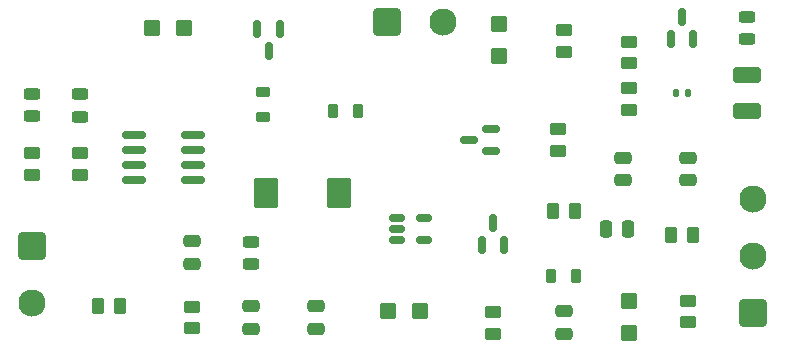
<source format=gbr>
%TF.GenerationSoftware,KiCad,Pcbnew,9.0.2*%
%TF.CreationDate,2025-07-09T13:31:17+03:00*%
%TF.ProjectId,rechargeble_pack,72656368-6172-4676-9562-6c655f706163,rev?*%
%TF.SameCoordinates,Original*%
%TF.FileFunction,Soldermask,Top*%
%TF.FilePolarity,Negative*%
%FSLAX46Y46*%
G04 Gerber Fmt 4.6, Leading zero omitted, Abs format (unit mm)*
G04 Created by KiCad (PCBNEW 9.0.2) date 2025-07-09 13:31:17*
%MOMM*%
%LPD*%
G01*
G04 APERTURE LIST*
G04 Aperture macros list*
%AMRoundRect*
0 Rectangle with rounded corners*
0 $1 Rounding radius*
0 $2 $3 $4 $5 $6 $7 $8 $9 X,Y pos of 4 corners*
0 Add a 4 corners polygon primitive as box body*
4,1,4,$2,$3,$4,$5,$6,$7,$8,$9,$2,$3,0*
0 Add four circle primitives for the rounded corners*
1,1,$1+$1,$2,$3*
1,1,$1+$1,$4,$5*
1,1,$1+$1,$6,$7*
1,1,$1+$1,$8,$9*
0 Add four rect primitives between the rounded corners*
20,1,$1+$1,$2,$3,$4,$5,0*
20,1,$1+$1,$4,$5,$6,$7,0*
20,1,$1+$1,$6,$7,$8,$9,0*
20,1,$1+$1,$8,$9,$2,$3,0*%
G04 Aperture macros list end*
%ADD10RoundRect,0.250000X-0.475000X0.250000X-0.475000X-0.250000X0.475000X-0.250000X0.475000X0.250000X0*%
%ADD11C,2.300000*%
%ADD12RoundRect,0.250001X0.899999X-0.899999X0.899999X0.899999X-0.899999X0.899999X-0.899999X-0.899999X0*%
%ADD13RoundRect,0.250001X-0.899999X-0.899999X0.899999X-0.899999X0.899999X0.899999X-0.899999X0.899999X0*%
%ADD14RoundRect,0.250000X-0.457500X-0.445000X0.457500X-0.445000X0.457500X0.445000X-0.457500X0.445000X0*%
%ADD15RoundRect,0.140000X-0.140000X-0.170000X0.140000X-0.170000X0.140000X0.170000X-0.140000X0.170000X0*%
%ADD16RoundRect,0.250000X-0.945000X0.420000X-0.945000X-0.420000X0.945000X-0.420000X0.945000X0.420000X0*%
%ADD17RoundRect,0.250000X-0.450000X0.262500X-0.450000X-0.262500X0.450000X-0.262500X0.450000X0.262500X0*%
%ADD18RoundRect,0.150000X0.150000X-0.587500X0.150000X0.587500X-0.150000X0.587500X-0.150000X-0.587500X0*%
%ADD19RoundRect,0.250000X-0.262500X-0.450000X0.262500X-0.450000X0.262500X0.450000X-0.262500X0.450000X0*%
%ADD20RoundRect,0.218750X-0.218750X-0.381250X0.218750X-0.381250X0.218750X0.381250X-0.218750X0.381250X0*%
%ADD21RoundRect,0.250000X0.450000X-0.262500X0.450000X0.262500X-0.450000X0.262500X-0.450000X-0.262500X0*%
%ADD22RoundRect,0.250000X0.475000X-0.250000X0.475000X0.250000X-0.475000X0.250000X-0.475000X-0.250000X0*%
%ADD23RoundRect,0.243750X-0.456250X0.243750X-0.456250X-0.243750X0.456250X-0.243750X0.456250X0.243750X0*%
%ADD24RoundRect,0.250000X-0.250000X-0.475000X0.250000X-0.475000X0.250000X0.475000X-0.250000X0.475000X0*%
%ADD25RoundRect,0.150000X0.587500X0.150000X-0.587500X0.150000X-0.587500X-0.150000X0.587500X-0.150000X0*%
%ADD26RoundRect,0.218750X-0.381250X0.218750X-0.381250X-0.218750X0.381250X-0.218750X0.381250X0.218750X0*%
%ADD27RoundRect,0.243750X0.456250X-0.243750X0.456250X0.243750X-0.456250X0.243750X-0.456250X-0.243750X0*%
%ADD28RoundRect,0.150000X-0.150000X0.587500X-0.150000X-0.587500X0.150000X-0.587500X0.150000X0.587500X0*%
%ADD29RoundRect,0.250000X0.445000X-0.457500X0.445000X0.457500X-0.445000X0.457500X-0.445000X-0.457500X0*%
%ADD30RoundRect,0.250000X0.457500X0.445000X-0.457500X0.445000X-0.457500X-0.445000X0.457500X-0.445000X0*%
%ADD31RoundRect,0.150000X-0.512500X-0.150000X0.512500X-0.150000X0.512500X0.150000X-0.512500X0.150000X0*%
%ADD32RoundRect,0.250000X-0.785000X-1.045000X0.785000X-1.045000X0.785000X1.045000X-0.785000X1.045000X0*%
%ADD33RoundRect,0.218750X0.218750X0.381250X-0.218750X0.381250X-0.218750X-0.381250X0.218750X-0.381250X0*%
%ADD34RoundRect,0.150000X0.825000X0.150000X-0.825000X0.150000X-0.825000X-0.150000X0.825000X-0.150000X0*%
%ADD35RoundRect,0.250001X-0.899999X0.899999X-0.899999X-0.899999X0.899999X-0.899999X0.899999X0.899999X0*%
%ADD36RoundRect,0.250000X0.262500X0.450000X-0.262500X0.450000X-0.262500X-0.450000X0.262500X-0.450000X0*%
G04 APERTURE END LIST*
D10*
%TO.C,C8*%
X28500000Y-29450000D03*
X28500000Y-27550000D03*
%TD*%
D11*
%TO.C,J1*%
X65500000Y-18500000D03*
X65500000Y-23300000D03*
D12*
X65500000Y-28100000D03*
%TD*%
D13*
%TO.C,J2*%
X34500000Y-3500000D03*
D11*
X39300000Y-3500000D03*
%TD*%
D14*
%TO.C,C13*%
X14647500Y-4000000D03*
X17352500Y-4000000D03*
%TD*%
D15*
%TO.C,C10*%
X59020000Y-9500000D03*
X59980000Y-9500000D03*
%TD*%
D16*
%TO.C,C7*%
X65000000Y-7960000D03*
X65000000Y-11040000D03*
%TD*%
D17*
%TO.C,R11*%
X4500000Y-14587500D03*
X4500000Y-16412500D03*
%TD*%
D10*
%TO.C,C9*%
X54500000Y-15000000D03*
X54500000Y-16900000D03*
%TD*%
%TO.C,C11*%
X60000000Y-15000000D03*
X60000000Y-16900000D03*
%TD*%
%TO.C,C14*%
X18000000Y-22050000D03*
X18000000Y-23950000D03*
%TD*%
D17*
%TO.C,R1*%
X43500000Y-28087500D03*
X43500000Y-29912500D03*
%TD*%
D18*
%TO.C,Q6*%
X42550000Y-22375000D03*
X44450000Y-22375000D03*
X43500000Y-20500000D03*
%TD*%
D19*
%TO.C,R2*%
X58587500Y-21500000D03*
X60412500Y-21500000D03*
%TD*%
D17*
%TO.C,R10*%
X8500000Y-14587500D03*
X8500000Y-16412500D03*
%TD*%
D20*
%TO.C,L1*%
X29937500Y-11000000D03*
X32062500Y-11000000D03*
%TD*%
D21*
%TO.C,R3*%
X60000000Y-28912500D03*
X60000000Y-27087500D03*
%TD*%
D22*
%TO.C,C1*%
X49500000Y-29900000D03*
X49500000Y-28000000D03*
%TD*%
D17*
%TO.C,R9*%
X18000000Y-27587500D03*
X18000000Y-29412500D03*
%TD*%
D23*
%TO.C,D4*%
X8500000Y-9625000D03*
X8500000Y-11500000D03*
%TD*%
D24*
%TO.C,C4*%
X53050000Y-21000000D03*
X54950000Y-21000000D03*
%TD*%
D25*
%TO.C,Q7*%
X43375000Y-14450000D03*
X43375000Y-12550000D03*
X41500000Y-13500000D03*
%TD*%
D26*
%TO.C,L3*%
X24000000Y-9437500D03*
X24000000Y-11562500D03*
%TD*%
D27*
%TO.C,D2*%
X23000000Y-24000000D03*
X23000000Y-22125000D03*
%TD*%
%TO.C,D1*%
X65000000Y-4937500D03*
X65000000Y-3062500D03*
%TD*%
D28*
%TO.C,Q1*%
X25450000Y-4062500D03*
X23550000Y-4062500D03*
X24500000Y-5937500D03*
%TD*%
D29*
%TO.C,C6*%
X44000000Y-6352500D03*
X44000000Y-3647500D03*
%TD*%
D30*
%TO.C,C2*%
X37352500Y-28000000D03*
X34647500Y-28000000D03*
%TD*%
D19*
%TO.C,R5*%
X48587500Y-19500000D03*
X50412500Y-19500000D03*
%TD*%
D17*
%TO.C,R6*%
X49500000Y-4175000D03*
X49500000Y-6000000D03*
%TD*%
D31*
%TO.C,U2*%
X35362500Y-20050000D03*
X35362500Y-21000000D03*
X35362500Y-21950000D03*
X37637500Y-21950000D03*
X37637500Y-20050000D03*
%TD*%
D32*
%TO.C,C5*%
X24260000Y-18000000D03*
X30500000Y-18000000D03*
%TD*%
D33*
%TO.C,L2*%
X50562500Y-25000000D03*
X48437500Y-25000000D03*
%TD*%
D29*
%TO.C,C3*%
X55000000Y-29852500D03*
X55000000Y-27147500D03*
%TD*%
D17*
%TO.C,R7*%
X55000000Y-5175000D03*
X55000000Y-7000000D03*
%TD*%
D34*
%TO.C,U1*%
X18070000Y-16880000D03*
X18070000Y-15610000D03*
X18070000Y-14340000D03*
X18070000Y-13070000D03*
X13120000Y-13070000D03*
X13120000Y-14340000D03*
X13120000Y-15610000D03*
X13120000Y-16880000D03*
%TD*%
D18*
%TO.C,Q2*%
X58550000Y-4937500D03*
X60450000Y-4937500D03*
X59500000Y-3062500D03*
%TD*%
D17*
%TO.C,R8*%
X55000000Y-9087500D03*
X55000000Y-10912500D03*
%TD*%
D35*
%TO.C,J3*%
X4500000Y-22500000D03*
D11*
X4500000Y-27300000D03*
%TD*%
D17*
%TO.C,R4*%
X49000000Y-12587500D03*
X49000000Y-14412500D03*
%TD*%
D10*
%TO.C,C12*%
X23000000Y-27550000D03*
X23000000Y-29450000D03*
%TD*%
D36*
%TO.C,Rref1*%
X11912500Y-27500000D03*
X10087500Y-27500000D03*
%TD*%
D23*
%TO.C,D3*%
X4500000Y-9562500D03*
X4500000Y-11437500D03*
%TD*%
M02*

</source>
